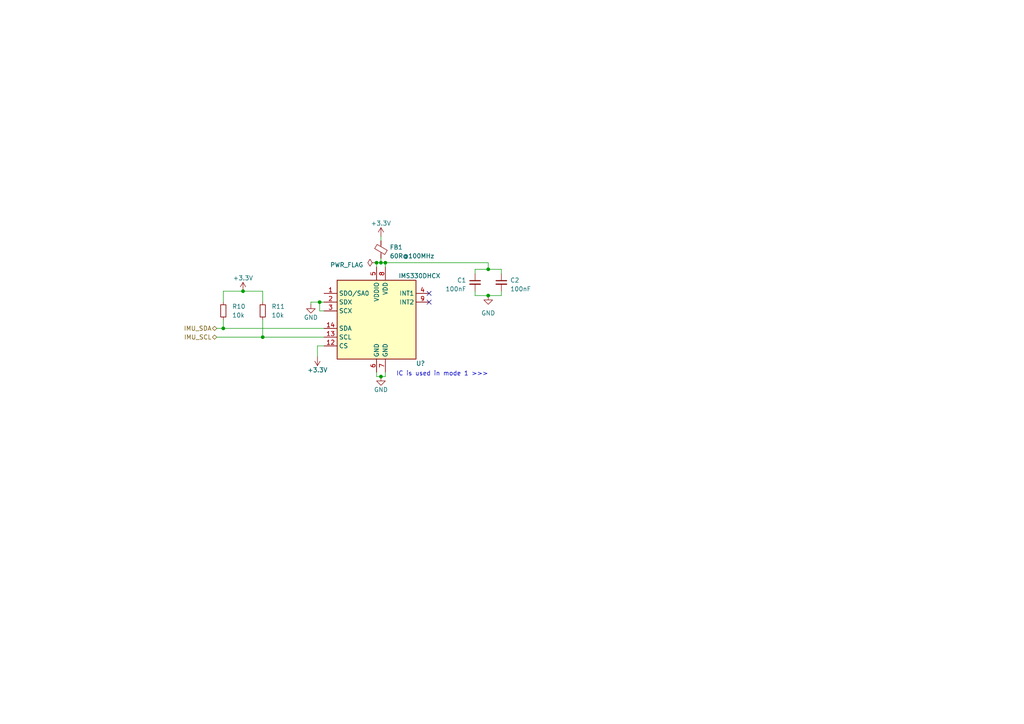
<source format=kicad_sch>
(kicad_sch (version 20230121) (generator eeschema)
  (paper "A4")
  (title_block (title "IMU and SWPS sensor") (date "2023-03-11") (rev "${REVISION}") (company "Author: Szymon Kostrubiec") (comment 1 "Reviewer:"))
  (lib_symbols
    (symbol "Device:C_Small" (pin_numbers hide) (pin_names (offset 0.254) hide)
      (property "Reference" "C" (at 0.254 1.778 0))
      (property "Value" "C_Small" (at 0.254 -2.032 0))
      (symbol "C_Small_0_1"
        (polyline (pts (xy -1.524 -0.508) (xy 1.524 -0.508)) (stroke (width 0.3302)))
        (polyline (pts (xy -1.524 0.508) (xy 1.524 0.508)) (stroke (width 0.3048)))
      )
      (symbol "C_Small_1_1"
        (pin passive line (at 0 2.54 270) (length 2.032) (name "~") (number "1"))
        (pin passive line (at 0 -2.54 90) (length 2.032) (name "~") (number "2"))
      )
    )
    (symbol "Device:FerriteBead_Small" (pin_numbers hide) (pin_names (offset 0))
      (property "Reference" "FB" (at 1.905 1.27 0))
      (property "Value" "FerriteBead_Small" (at 1.905 -1.27 0))
      (symbol "FerriteBead_Small_0_1"
        (polyline (pts (xy 0 -1.27) (xy 0 -0.7874)))
        (polyline (pts (xy 0 0.889) (xy 0 1.2954)))
        (polyline (pts (xy -1.8288 0.2794) (xy -1.1176 1.4986) (xy 1.8288 -0.2032) (xy 1.1176 -1.4224) (xy -1.8288 0.2794)))
      )
      (symbol "FerriteBead_Small_1_1"
        (pin passive line (at 0 2.54 270) (length 1.27) (name "~") (number "1"))
        (pin passive line (at 0 -2.54 90) (length 1.27) (name "~") (number "2"))
      )
    )
    (symbol "Device:R_Small" (pin_numbers hide) (pin_names (offset 0.254) hide)
      (property "Reference" "R" (at 0.762 0.508 0))
      (property "Value" "R_Small" (at 0.762 -1.016 0))
      (symbol "R_Small_0_1"
        (rectangle (start -0.762 1.778) (end 0.762 -1.778) (stroke (width 0.2032)))
      )
      (symbol "R_Small_1_1"
        (pin passive line (at 0 2.54 270) (length 0.762) (name "~") (number "1"))
        (pin passive line (at 0 -2.54 90) (length 0.762) (name "~") (number "2"))
      )
    )
    (symbol "ISM330DHCX:LSM6DS3"
      (property "Reference" "U" (at -11.43 15.24 0))
      (property "Value" "LSM6DS3" (at -11.43 12.7 0))
      (symbol "LSM6DS3_0_1"
        (rectangle (start 11.43 11.43) (end -11.43 -11.43) (stroke (width 0.254)) (fill (type background)))
      )
      (symbol "LSM6DS3_1_1"
        (pin bidirectional line (at -15.24 7.62 0) (length 3.81) (name "SDO/SA0") (number "1"))
        (pin no_connect line (at 10.16 -5.08 180) (length 3.81) hide (name "NC") (number "10"))
        (pin no_connect line (at 10.16 -2.54 180) (length 3.81) hide (name "NC") (number "11"))
        (pin input line (at -15.24 -7.62 0) (length 3.81) (name "CS") (number "12"))
        (pin input line (at -15.24 -5.08 0) (length 3.81) (name "SCL") (number "13"))
        (pin bidirectional line (at -15.24 -2.54 0) (length 3.81) (name "SDA") (number "14"))
        (pin power_in line (at -15.24 5.08 0) (length 3.81) (name "SDX") (number "2"))
        (pin power_in line (at -15.24 2.54 0) (length 3.81) (name "SCX") (number "3"))
        (pin output line (at 15.24 7.62 180) (length 3.81) (name "INT1") (number "4"))
        (pin power_in line (at 0 15.24 270) (length 3.81) (name "VDDIO") (number "5"))
        (pin power_in line (at 0 -15.24 90) (length 3.81) (name "GND") (number "6"))
        (pin power_in line (at 2.54 -15.24 90) (length 3.81) (name "GND") (number "7"))
        (pin power_in line (at 2.54 15.24 270) (length 3.81) (name "VDD") (number "8"))
        (pin output line (at 15.24 5.08 180) (length 3.81) (name "INT2") (number "9"))
      )
    )
    (symbol "power:+3.3V" (power) (pin_names (offset 0))
      (property "Value" "+3.3V" (at 0 3.556 0))
      (symbol "+3.3V_0_1"
        (polyline (pts (xy -0.762 1.27) (xy 0 2.54)))
        (polyline (pts (xy 0 0) (xy 0 2.54)))
        (polyline (pts (xy 0 2.54) (xy 0.762 1.27)))
      )
      (symbol "+3.3V_1_1"
        (pin power_in line (at 0 0 90) (length 0) hide (name "+3.3V") (number "1"))
      )
    )
    (symbol "power:GND" (power) (pin_names (offset 0))
      (property "Value" "GND" (at 0 -3.81 0))
      (symbol "GND_0_1"
        (polyline (pts (xy 0 0) (xy 0 -1.27) (xy 1.27 -1.27) (xy 0 -2.54) (xy -1.27 -1.27) (xy 0 -1.27)))
      )
      (symbol "GND_1_1"
        (pin power_in line (at 0 0 270) (length 0) hide (name "GND") (number "1"))
      )
    )
    (symbol "power:PWR_FLAG" (power) (pin_numbers hide) (pin_names (offset 0) hide)
      (property "Value" "PWR_FLAG" (at 0 3.81 0))
      (symbol "PWR_FLAG_0_0"
        (pin power_out line (at 0 0 90) (length 0) (name "pwr") (number "1"))
      )
      (symbol "PWR_FLAG_0_1"
        (polyline (pts (xy 0 0) (xy 0 1.27) (xy -1.016 1.905) (xy 0 2.54) (xy 1.016 1.905) (xy 0 1.27)))
      )
    )
  )
  (junction (at 109.22 76.2))
  (junction (at 76.2 97.79))
  (junction (at 70.485 84.455))
  (junction (at 141.605 85.725))
  (junction (at 92.71 87.63))
  (junction (at 64.77 95.25))
  (junction (at 141.605 78.105))
  (junction (at 110.49 109.22))
  (junction (at 111.76 76.2))
  (junction (at 110.49 76.2))
  (no_connect (at 124.46 87.63))
  (no_connect (at 124.46 85.09))
  (wire (pts (xy 109.22 107.95) (xy 109.22 109.22)))
  (wire (pts (xy 111.76 109.22) (xy 110.49 109.22)))
  (wire (pts (xy 92.71 87.63) (xy 90.17 87.63)))
  (wire (pts (xy 64.77 87.63) (xy 64.77 84.455)))
  (wire (pts (xy 145.415 79.375) (xy 145.415 78.105)))
  (wire (pts (xy 76.2 97.79) (xy 93.98 97.79)))
  (wire (pts (xy 111.76 76.2) (xy 141.605 76.2)))
  (wire (pts (xy 93.98 87.63) (xy 92.71 87.63)))
  (wire (pts (xy 110.49 74.93) (xy 110.49 76.2)))
  (wire (pts (xy 111.76 77.47) (xy 111.76 76.2)))
  (wire (pts (xy 62.865 97.79) (xy 76.2 97.79)))
  (wire (pts (xy 137.795 78.105) (xy 141.605 78.105)))
  (wire (pts (xy 111.76 107.95) (xy 111.76 109.22)))
  (wire (pts (xy 109.22 76.2) (xy 110.49 76.2)))
  (wire (pts (xy 145.415 85.725) (xy 141.605 85.725)))
  (wire (pts (xy 92.075 100.33) (xy 92.075 103.505)))
  (wire (pts (xy 109.22 109.22) (xy 110.49 109.22)))
  (wire (pts (xy 64.77 92.71) (xy 64.77 95.25)))
  (wire (pts (xy 76.2 87.63) (xy 76.2 84.455)))
  (wire (pts (xy 141.605 76.2) (xy 141.605 78.105)))
  (wire (pts (xy 92.71 90.17) (xy 92.71 87.63)))
  (wire (pts (xy 93.98 90.17) (xy 92.71 90.17)))
  (wire (pts (xy 137.795 79.375) (xy 137.795 78.105)))
  (wire (pts (xy 137.795 84.455) (xy 137.795 85.725)))
  (wire (pts (xy 64.77 84.455) (xy 70.485 84.455)))
  (wire (pts (xy 110.49 76.2) (xy 111.76 76.2)))
  (wire (pts (xy 64.77 95.25) (xy 93.98 95.25)))
  (wire (pts (xy 62.865 95.25) (xy 64.77 95.25)))
  (wire (pts (xy 145.415 84.455) (xy 145.415 85.725)))
  (wire (pts (xy 93.98 100.33) (xy 92.075 100.33)))
  (wire (pts (xy 141.605 78.105) (xy 145.415 78.105)))
  (wire (pts (xy 70.485 84.455) (xy 76.2 84.455)))
  (wire (pts (xy 109.22 77.47) (xy 109.22 76.2)))
  (wire (pts (xy 76.2 92.71) (xy 76.2 97.79)))
  (wire (pts (xy 110.49 68.58) (xy 110.49 69.85)))
  (wire (pts (xy 137.795 85.725) (xy 141.605 85.725)))
  (wire (pts (xy 90.17 87.63) (xy 90.17 88.265)))
  (image (at 395.605 86.36) (scale 2.6627))
  (text "IC is used in mode 1 >>>" (at 114.935 109.22 0) (effects (font (size 1.27 1.27)) (justify left bottom)))
  (hierarchical_label "IMU_SCL" (shape bidirectional) (at 62.865 97.79 180))
  (hierarchical_label "IMU_SDA" (shape bidirectional) (at 62.865 95.25 180))
  (symbol (lib_id "Device:R_Small") (at 76.2 90.17 0) (unit 1)
    (property "Reference" "R11" (at 78.74 88.9 0) (effects (justify left)))
    (property "Value" "10k" (at 78.74 91.44 0) (effects (justify left)))
    (property "Footprint" "Resistor_SMD:R_0603_1608Metric_Pad0.98x0.95mm_HandSolder" (effects hide))
  )
  (symbol (lib_id "power:GND") (at 90.17 88.265 0) (unit 1)
    (property "Reference" "#PWR021" (effects hide))
    (property "Value" "GND" (at 90.17 92.075 0))
  )
  (symbol (lib_id "power:GND") (at 110.49 109.22 0) (unit 1)
    (property "Reference" "#PWR024" (effects hide))
    (property "Value" "GND" (at 110.49 113.03 0))
  )
  (symbol (lib_id "Device:FerriteBead_Small") (at 110.49 72.39 0) (unit 1)
    (property "Reference" "FB1" (at 113.03 71.7169 0) (effects (justify left)))
    (property "Value" "60R@100MHz" (at 113.03 74.2569 0) (effects (justify left)))
    (property "Footprint" "Inductor_SMD:L_0603_1608Metric" (effects hide))
  )
  (symbol (lib_id "power:+3.3V") (at 110.49 68.58 0) (unit 1)
    (property "Reference" "#PWR023" (effects hide))
    (property "Value" "+3.3V" (at 110.49 64.77 0))
  )
  (symbol (lib_id "power:GND") (at 141.605 85.725 0) (unit 1)
    (property "Reference" "#PWR025" (effects hide))
    (property "Value" "GND" (at 141.605 90.805 0))
  )
  (symbol (lib_id "Device:C_Small") (at 137.795 81.915 0) (mirror y) (unit 1)
    (property "Reference" "C1" (at 135.255 81.2863 0) (effects (justify left)))
    (property "Value" "100nF" (at 135.255 83.8263 0) (effects (justify left)))
    (property "Footprint" "Capacitor_SMD:C_0402_1005Metric_Pad0.74x0.62mm_HandSolder" (effects hide))
  )
  (symbol (lib_id "power:+3.3V") (at 70.485 84.455 0) (unit 1)
    (property "Reference" "#PWR020" (effects hide))
    (property "Value" "+3.3V" (at 70.485 80.645 0))
  )
  (symbol (lib_id "ISM330DHCX:LSM6DS3") (at 109.22 92.71 0) (unit 1)
    (property "Reference" "U?" (at 120.65 105.41 0) (effects (justify left)))
    (property "Value" "IMS330DHCX" (at 115.57 80.01 0) (effects (justify left)))
    (property "Footprint" "Package_LGA:LGA-14_3x2.5mm_P0.5mm_LayoutBorder3x4y" (effects hide))
    (property "Datasheet" "https://www.st.com/en/mems-and-sensors/ism330dhcx.html" (effects hide))
    (instances (project "karta_pomiarowa_v2" (path "" (reference "U?") (unit 1))) (project "PUTM_EV_Frontbox_2023" (path "" (reference "U3") (unit 1))))
  )
  (symbol (lib_id "Device:C_Small") (at 145.415 81.915 0) (unit 1)
    (property "Reference" "C2" (at 147.955 81.2863 0) (effects (justify left)))
    (property "Value" "100nF" (at 147.955 83.8263 0) (effects (justify left)))
    (property "Footprint" "Capacitor_SMD:C_0402_1005Metric_Pad0.74x0.62mm_HandSolder" (effects hide))
  )
  (symbol (lib_id "power:+3.3V") (at 92.075 103.505 180) (unit 1)
    (property "Reference" "#PWR022" (effects hide))
    (property "Value" "+3.3V" (at 92.075 107.315 0))
  )
  (symbol (lib_id "power:PWR_FLAG") (at 109.22 76.2 90) (unit 1)
    (property "Reference" "#FLG01" (effects hide))
    (property "Value" "PWR_FLAG" (at 105.41 76.835 90) (effects (justify left)))
  )
  (symbol (lib_id "Device:R_Small") (at 64.77 90.17 0) (unit 1)
    (property "Reference" "R10" (at 67.31 88.9 0) (effects (justify left)))
    (property "Value" "10k" (at 67.31 91.44 0) (effects (justify left)))
    (property "Footprint" "Resistor_SMD:R_0603_1608Metric_Pad0.98x0.95mm_HandSolder" (effects hide))
  )
)
</source>
